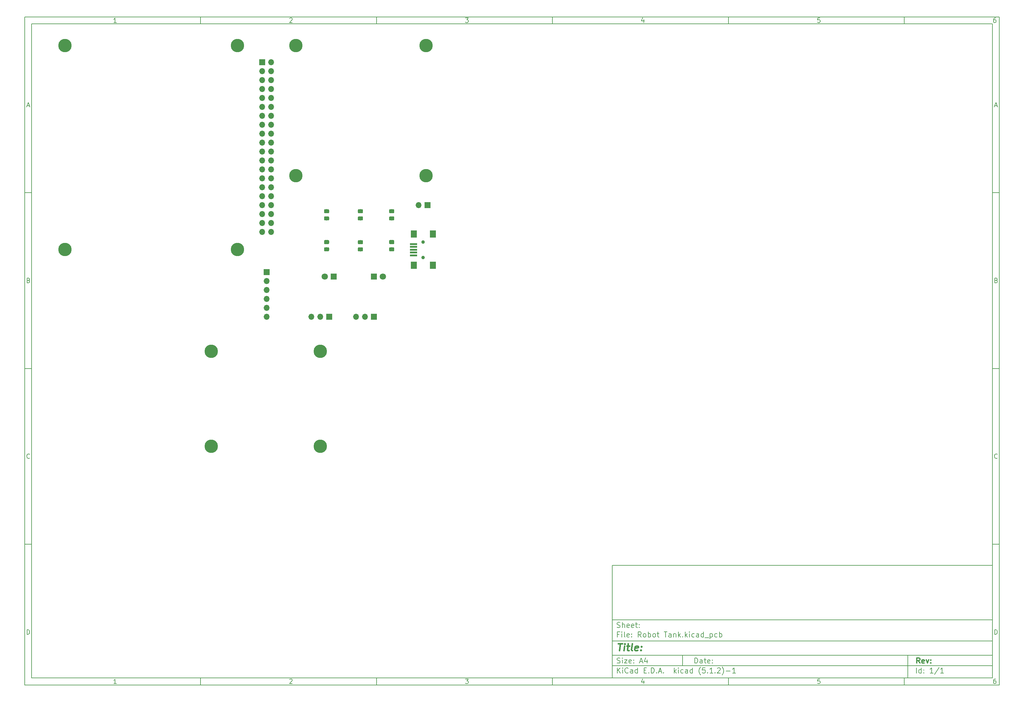
<source format=gts>
G04 #@! TF.GenerationSoftware,KiCad,Pcbnew,(5.1.2)-1*
G04 #@! TF.CreationDate,2019-07-09T02:23:16-04:00*
G04 #@! TF.ProjectId,Robot Tank,526f626f-7420-4546-916e-6b2e6b696361,rev?*
G04 #@! TF.SameCoordinates,Original*
G04 #@! TF.FileFunction,Soldermask,Top*
G04 #@! TF.FilePolarity,Negative*
%FSLAX46Y46*%
G04 Gerber Fmt 4.6, Leading zero omitted, Abs format (unit mm)*
G04 Created by KiCad (PCBNEW (5.1.2)-1) date 2019-07-09 02:23:16*
%MOMM*%
%LPD*%
G04 APERTURE LIST*
%ADD10C,0.100000*%
%ADD11C,0.150000*%
%ADD12C,0.300000*%
%ADD13C,0.400000*%
%ADD14C,3.800000*%
%ADD15O,1.700000X1.700000*%
%ADD16R,1.700000X1.700000*%
%ADD17C,1.150000*%
%ADD18C,1.800000*%
%ADD19R,1.800000X1.800000*%
%ADD20C,1.000000*%
%ADD21R,1.700000X2.000000*%
%ADD22R,2.000000X0.500000*%
G04 APERTURE END LIST*
D10*
D11*
X177002200Y-166007200D02*
X177002200Y-198007200D01*
X285002200Y-198007200D01*
X285002200Y-166007200D01*
X177002200Y-166007200D01*
D10*
D11*
X10000000Y-10000000D02*
X10000000Y-200007200D01*
X287002200Y-200007200D01*
X287002200Y-10000000D01*
X10000000Y-10000000D01*
D10*
D11*
X12000000Y-12000000D02*
X12000000Y-198007200D01*
X285002200Y-198007200D01*
X285002200Y-12000000D01*
X12000000Y-12000000D01*
D10*
D11*
X60000000Y-12000000D02*
X60000000Y-10000000D01*
D10*
D11*
X110000000Y-12000000D02*
X110000000Y-10000000D01*
D10*
D11*
X160000000Y-12000000D02*
X160000000Y-10000000D01*
D10*
D11*
X210000000Y-12000000D02*
X210000000Y-10000000D01*
D10*
D11*
X260000000Y-12000000D02*
X260000000Y-10000000D01*
D10*
D11*
X36065476Y-11588095D02*
X35322619Y-11588095D01*
X35694047Y-11588095D02*
X35694047Y-10288095D01*
X35570238Y-10473809D01*
X35446428Y-10597619D01*
X35322619Y-10659523D01*
D10*
D11*
X85322619Y-10411904D02*
X85384523Y-10350000D01*
X85508333Y-10288095D01*
X85817857Y-10288095D01*
X85941666Y-10350000D01*
X86003571Y-10411904D01*
X86065476Y-10535714D01*
X86065476Y-10659523D01*
X86003571Y-10845238D01*
X85260714Y-11588095D01*
X86065476Y-11588095D01*
D10*
D11*
X135260714Y-10288095D02*
X136065476Y-10288095D01*
X135632142Y-10783333D01*
X135817857Y-10783333D01*
X135941666Y-10845238D01*
X136003571Y-10907142D01*
X136065476Y-11030952D01*
X136065476Y-11340476D01*
X136003571Y-11464285D01*
X135941666Y-11526190D01*
X135817857Y-11588095D01*
X135446428Y-11588095D01*
X135322619Y-11526190D01*
X135260714Y-11464285D01*
D10*
D11*
X185941666Y-10721428D02*
X185941666Y-11588095D01*
X185632142Y-10226190D02*
X185322619Y-11154761D01*
X186127380Y-11154761D01*
D10*
D11*
X236003571Y-10288095D02*
X235384523Y-10288095D01*
X235322619Y-10907142D01*
X235384523Y-10845238D01*
X235508333Y-10783333D01*
X235817857Y-10783333D01*
X235941666Y-10845238D01*
X236003571Y-10907142D01*
X236065476Y-11030952D01*
X236065476Y-11340476D01*
X236003571Y-11464285D01*
X235941666Y-11526190D01*
X235817857Y-11588095D01*
X235508333Y-11588095D01*
X235384523Y-11526190D01*
X235322619Y-11464285D01*
D10*
D11*
X285941666Y-10288095D02*
X285694047Y-10288095D01*
X285570238Y-10350000D01*
X285508333Y-10411904D01*
X285384523Y-10597619D01*
X285322619Y-10845238D01*
X285322619Y-11340476D01*
X285384523Y-11464285D01*
X285446428Y-11526190D01*
X285570238Y-11588095D01*
X285817857Y-11588095D01*
X285941666Y-11526190D01*
X286003571Y-11464285D01*
X286065476Y-11340476D01*
X286065476Y-11030952D01*
X286003571Y-10907142D01*
X285941666Y-10845238D01*
X285817857Y-10783333D01*
X285570238Y-10783333D01*
X285446428Y-10845238D01*
X285384523Y-10907142D01*
X285322619Y-11030952D01*
D10*
D11*
X60000000Y-198007200D02*
X60000000Y-200007200D01*
D10*
D11*
X110000000Y-198007200D02*
X110000000Y-200007200D01*
D10*
D11*
X160000000Y-198007200D02*
X160000000Y-200007200D01*
D10*
D11*
X210000000Y-198007200D02*
X210000000Y-200007200D01*
D10*
D11*
X260000000Y-198007200D02*
X260000000Y-200007200D01*
D10*
D11*
X36065476Y-199595295D02*
X35322619Y-199595295D01*
X35694047Y-199595295D02*
X35694047Y-198295295D01*
X35570238Y-198481009D01*
X35446428Y-198604819D01*
X35322619Y-198666723D01*
D10*
D11*
X85322619Y-198419104D02*
X85384523Y-198357200D01*
X85508333Y-198295295D01*
X85817857Y-198295295D01*
X85941666Y-198357200D01*
X86003571Y-198419104D01*
X86065476Y-198542914D01*
X86065476Y-198666723D01*
X86003571Y-198852438D01*
X85260714Y-199595295D01*
X86065476Y-199595295D01*
D10*
D11*
X135260714Y-198295295D02*
X136065476Y-198295295D01*
X135632142Y-198790533D01*
X135817857Y-198790533D01*
X135941666Y-198852438D01*
X136003571Y-198914342D01*
X136065476Y-199038152D01*
X136065476Y-199347676D01*
X136003571Y-199471485D01*
X135941666Y-199533390D01*
X135817857Y-199595295D01*
X135446428Y-199595295D01*
X135322619Y-199533390D01*
X135260714Y-199471485D01*
D10*
D11*
X185941666Y-198728628D02*
X185941666Y-199595295D01*
X185632142Y-198233390D02*
X185322619Y-199161961D01*
X186127380Y-199161961D01*
D10*
D11*
X236003571Y-198295295D02*
X235384523Y-198295295D01*
X235322619Y-198914342D01*
X235384523Y-198852438D01*
X235508333Y-198790533D01*
X235817857Y-198790533D01*
X235941666Y-198852438D01*
X236003571Y-198914342D01*
X236065476Y-199038152D01*
X236065476Y-199347676D01*
X236003571Y-199471485D01*
X235941666Y-199533390D01*
X235817857Y-199595295D01*
X235508333Y-199595295D01*
X235384523Y-199533390D01*
X235322619Y-199471485D01*
D10*
D11*
X285941666Y-198295295D02*
X285694047Y-198295295D01*
X285570238Y-198357200D01*
X285508333Y-198419104D01*
X285384523Y-198604819D01*
X285322619Y-198852438D01*
X285322619Y-199347676D01*
X285384523Y-199471485D01*
X285446428Y-199533390D01*
X285570238Y-199595295D01*
X285817857Y-199595295D01*
X285941666Y-199533390D01*
X286003571Y-199471485D01*
X286065476Y-199347676D01*
X286065476Y-199038152D01*
X286003571Y-198914342D01*
X285941666Y-198852438D01*
X285817857Y-198790533D01*
X285570238Y-198790533D01*
X285446428Y-198852438D01*
X285384523Y-198914342D01*
X285322619Y-199038152D01*
D10*
D11*
X10000000Y-60000000D02*
X12000000Y-60000000D01*
D10*
D11*
X10000000Y-110000000D02*
X12000000Y-110000000D01*
D10*
D11*
X10000000Y-160000000D02*
X12000000Y-160000000D01*
D10*
D11*
X10690476Y-35216666D02*
X11309523Y-35216666D01*
X10566666Y-35588095D02*
X11000000Y-34288095D01*
X11433333Y-35588095D01*
D10*
D11*
X11092857Y-84907142D02*
X11278571Y-84969047D01*
X11340476Y-85030952D01*
X11402380Y-85154761D01*
X11402380Y-85340476D01*
X11340476Y-85464285D01*
X11278571Y-85526190D01*
X11154761Y-85588095D01*
X10659523Y-85588095D01*
X10659523Y-84288095D01*
X11092857Y-84288095D01*
X11216666Y-84350000D01*
X11278571Y-84411904D01*
X11340476Y-84535714D01*
X11340476Y-84659523D01*
X11278571Y-84783333D01*
X11216666Y-84845238D01*
X11092857Y-84907142D01*
X10659523Y-84907142D01*
D10*
D11*
X11402380Y-135464285D02*
X11340476Y-135526190D01*
X11154761Y-135588095D01*
X11030952Y-135588095D01*
X10845238Y-135526190D01*
X10721428Y-135402380D01*
X10659523Y-135278571D01*
X10597619Y-135030952D01*
X10597619Y-134845238D01*
X10659523Y-134597619D01*
X10721428Y-134473809D01*
X10845238Y-134350000D01*
X11030952Y-134288095D01*
X11154761Y-134288095D01*
X11340476Y-134350000D01*
X11402380Y-134411904D01*
D10*
D11*
X10659523Y-185588095D02*
X10659523Y-184288095D01*
X10969047Y-184288095D01*
X11154761Y-184350000D01*
X11278571Y-184473809D01*
X11340476Y-184597619D01*
X11402380Y-184845238D01*
X11402380Y-185030952D01*
X11340476Y-185278571D01*
X11278571Y-185402380D01*
X11154761Y-185526190D01*
X10969047Y-185588095D01*
X10659523Y-185588095D01*
D10*
D11*
X287002200Y-60000000D02*
X285002200Y-60000000D01*
D10*
D11*
X287002200Y-110000000D02*
X285002200Y-110000000D01*
D10*
D11*
X287002200Y-160000000D02*
X285002200Y-160000000D01*
D10*
D11*
X285692676Y-35216666D02*
X286311723Y-35216666D01*
X285568866Y-35588095D02*
X286002200Y-34288095D01*
X286435533Y-35588095D01*
D10*
D11*
X286095057Y-84907142D02*
X286280771Y-84969047D01*
X286342676Y-85030952D01*
X286404580Y-85154761D01*
X286404580Y-85340476D01*
X286342676Y-85464285D01*
X286280771Y-85526190D01*
X286156961Y-85588095D01*
X285661723Y-85588095D01*
X285661723Y-84288095D01*
X286095057Y-84288095D01*
X286218866Y-84350000D01*
X286280771Y-84411904D01*
X286342676Y-84535714D01*
X286342676Y-84659523D01*
X286280771Y-84783333D01*
X286218866Y-84845238D01*
X286095057Y-84907142D01*
X285661723Y-84907142D01*
D10*
D11*
X286404580Y-135464285D02*
X286342676Y-135526190D01*
X286156961Y-135588095D01*
X286033152Y-135588095D01*
X285847438Y-135526190D01*
X285723628Y-135402380D01*
X285661723Y-135278571D01*
X285599819Y-135030952D01*
X285599819Y-134845238D01*
X285661723Y-134597619D01*
X285723628Y-134473809D01*
X285847438Y-134350000D01*
X286033152Y-134288095D01*
X286156961Y-134288095D01*
X286342676Y-134350000D01*
X286404580Y-134411904D01*
D10*
D11*
X285661723Y-185588095D02*
X285661723Y-184288095D01*
X285971247Y-184288095D01*
X286156961Y-184350000D01*
X286280771Y-184473809D01*
X286342676Y-184597619D01*
X286404580Y-184845238D01*
X286404580Y-185030952D01*
X286342676Y-185278571D01*
X286280771Y-185402380D01*
X286156961Y-185526190D01*
X285971247Y-185588095D01*
X285661723Y-185588095D01*
D10*
D11*
X200434342Y-193785771D02*
X200434342Y-192285771D01*
X200791485Y-192285771D01*
X201005771Y-192357200D01*
X201148628Y-192500057D01*
X201220057Y-192642914D01*
X201291485Y-192928628D01*
X201291485Y-193142914D01*
X201220057Y-193428628D01*
X201148628Y-193571485D01*
X201005771Y-193714342D01*
X200791485Y-193785771D01*
X200434342Y-193785771D01*
X202577200Y-193785771D02*
X202577200Y-193000057D01*
X202505771Y-192857200D01*
X202362914Y-192785771D01*
X202077200Y-192785771D01*
X201934342Y-192857200D01*
X202577200Y-193714342D02*
X202434342Y-193785771D01*
X202077200Y-193785771D01*
X201934342Y-193714342D01*
X201862914Y-193571485D01*
X201862914Y-193428628D01*
X201934342Y-193285771D01*
X202077200Y-193214342D01*
X202434342Y-193214342D01*
X202577200Y-193142914D01*
X203077200Y-192785771D02*
X203648628Y-192785771D01*
X203291485Y-192285771D02*
X203291485Y-193571485D01*
X203362914Y-193714342D01*
X203505771Y-193785771D01*
X203648628Y-193785771D01*
X204720057Y-193714342D02*
X204577200Y-193785771D01*
X204291485Y-193785771D01*
X204148628Y-193714342D01*
X204077200Y-193571485D01*
X204077200Y-193000057D01*
X204148628Y-192857200D01*
X204291485Y-192785771D01*
X204577200Y-192785771D01*
X204720057Y-192857200D01*
X204791485Y-193000057D01*
X204791485Y-193142914D01*
X204077200Y-193285771D01*
X205434342Y-193642914D02*
X205505771Y-193714342D01*
X205434342Y-193785771D01*
X205362914Y-193714342D01*
X205434342Y-193642914D01*
X205434342Y-193785771D01*
X205434342Y-192857200D02*
X205505771Y-192928628D01*
X205434342Y-193000057D01*
X205362914Y-192928628D01*
X205434342Y-192857200D01*
X205434342Y-193000057D01*
D10*
D11*
X177002200Y-194507200D02*
X285002200Y-194507200D01*
D10*
D11*
X178434342Y-196585771D02*
X178434342Y-195085771D01*
X179291485Y-196585771D02*
X178648628Y-195728628D01*
X179291485Y-195085771D02*
X178434342Y-195942914D01*
X179934342Y-196585771D02*
X179934342Y-195585771D01*
X179934342Y-195085771D02*
X179862914Y-195157200D01*
X179934342Y-195228628D01*
X180005771Y-195157200D01*
X179934342Y-195085771D01*
X179934342Y-195228628D01*
X181505771Y-196442914D02*
X181434342Y-196514342D01*
X181220057Y-196585771D01*
X181077200Y-196585771D01*
X180862914Y-196514342D01*
X180720057Y-196371485D01*
X180648628Y-196228628D01*
X180577200Y-195942914D01*
X180577200Y-195728628D01*
X180648628Y-195442914D01*
X180720057Y-195300057D01*
X180862914Y-195157200D01*
X181077200Y-195085771D01*
X181220057Y-195085771D01*
X181434342Y-195157200D01*
X181505771Y-195228628D01*
X182791485Y-196585771D02*
X182791485Y-195800057D01*
X182720057Y-195657200D01*
X182577200Y-195585771D01*
X182291485Y-195585771D01*
X182148628Y-195657200D01*
X182791485Y-196514342D02*
X182648628Y-196585771D01*
X182291485Y-196585771D01*
X182148628Y-196514342D01*
X182077200Y-196371485D01*
X182077200Y-196228628D01*
X182148628Y-196085771D01*
X182291485Y-196014342D01*
X182648628Y-196014342D01*
X182791485Y-195942914D01*
X184148628Y-196585771D02*
X184148628Y-195085771D01*
X184148628Y-196514342D02*
X184005771Y-196585771D01*
X183720057Y-196585771D01*
X183577200Y-196514342D01*
X183505771Y-196442914D01*
X183434342Y-196300057D01*
X183434342Y-195871485D01*
X183505771Y-195728628D01*
X183577200Y-195657200D01*
X183720057Y-195585771D01*
X184005771Y-195585771D01*
X184148628Y-195657200D01*
X186005771Y-195800057D02*
X186505771Y-195800057D01*
X186720057Y-196585771D02*
X186005771Y-196585771D01*
X186005771Y-195085771D01*
X186720057Y-195085771D01*
X187362914Y-196442914D02*
X187434342Y-196514342D01*
X187362914Y-196585771D01*
X187291485Y-196514342D01*
X187362914Y-196442914D01*
X187362914Y-196585771D01*
X188077200Y-196585771D02*
X188077200Y-195085771D01*
X188434342Y-195085771D01*
X188648628Y-195157200D01*
X188791485Y-195300057D01*
X188862914Y-195442914D01*
X188934342Y-195728628D01*
X188934342Y-195942914D01*
X188862914Y-196228628D01*
X188791485Y-196371485D01*
X188648628Y-196514342D01*
X188434342Y-196585771D01*
X188077200Y-196585771D01*
X189577200Y-196442914D02*
X189648628Y-196514342D01*
X189577200Y-196585771D01*
X189505771Y-196514342D01*
X189577200Y-196442914D01*
X189577200Y-196585771D01*
X190220057Y-196157200D02*
X190934342Y-196157200D01*
X190077200Y-196585771D02*
X190577200Y-195085771D01*
X191077200Y-196585771D01*
X191577200Y-196442914D02*
X191648628Y-196514342D01*
X191577200Y-196585771D01*
X191505771Y-196514342D01*
X191577200Y-196442914D01*
X191577200Y-196585771D01*
X194577200Y-196585771D02*
X194577200Y-195085771D01*
X194720057Y-196014342D02*
X195148628Y-196585771D01*
X195148628Y-195585771D02*
X194577200Y-196157200D01*
X195791485Y-196585771D02*
X195791485Y-195585771D01*
X195791485Y-195085771D02*
X195720057Y-195157200D01*
X195791485Y-195228628D01*
X195862914Y-195157200D01*
X195791485Y-195085771D01*
X195791485Y-195228628D01*
X197148628Y-196514342D02*
X197005771Y-196585771D01*
X196720057Y-196585771D01*
X196577200Y-196514342D01*
X196505771Y-196442914D01*
X196434342Y-196300057D01*
X196434342Y-195871485D01*
X196505771Y-195728628D01*
X196577200Y-195657200D01*
X196720057Y-195585771D01*
X197005771Y-195585771D01*
X197148628Y-195657200D01*
X198434342Y-196585771D02*
X198434342Y-195800057D01*
X198362914Y-195657200D01*
X198220057Y-195585771D01*
X197934342Y-195585771D01*
X197791485Y-195657200D01*
X198434342Y-196514342D02*
X198291485Y-196585771D01*
X197934342Y-196585771D01*
X197791485Y-196514342D01*
X197720057Y-196371485D01*
X197720057Y-196228628D01*
X197791485Y-196085771D01*
X197934342Y-196014342D01*
X198291485Y-196014342D01*
X198434342Y-195942914D01*
X199791485Y-196585771D02*
X199791485Y-195085771D01*
X199791485Y-196514342D02*
X199648628Y-196585771D01*
X199362914Y-196585771D01*
X199220057Y-196514342D01*
X199148628Y-196442914D01*
X199077200Y-196300057D01*
X199077200Y-195871485D01*
X199148628Y-195728628D01*
X199220057Y-195657200D01*
X199362914Y-195585771D01*
X199648628Y-195585771D01*
X199791485Y-195657200D01*
X202077200Y-197157200D02*
X202005771Y-197085771D01*
X201862914Y-196871485D01*
X201791485Y-196728628D01*
X201720057Y-196514342D01*
X201648628Y-196157200D01*
X201648628Y-195871485D01*
X201720057Y-195514342D01*
X201791485Y-195300057D01*
X201862914Y-195157200D01*
X202005771Y-194942914D01*
X202077200Y-194871485D01*
X203362914Y-195085771D02*
X202648628Y-195085771D01*
X202577200Y-195800057D01*
X202648628Y-195728628D01*
X202791485Y-195657200D01*
X203148628Y-195657200D01*
X203291485Y-195728628D01*
X203362914Y-195800057D01*
X203434342Y-195942914D01*
X203434342Y-196300057D01*
X203362914Y-196442914D01*
X203291485Y-196514342D01*
X203148628Y-196585771D01*
X202791485Y-196585771D01*
X202648628Y-196514342D01*
X202577200Y-196442914D01*
X204077200Y-196442914D02*
X204148628Y-196514342D01*
X204077200Y-196585771D01*
X204005771Y-196514342D01*
X204077200Y-196442914D01*
X204077200Y-196585771D01*
X205577200Y-196585771D02*
X204720057Y-196585771D01*
X205148628Y-196585771D02*
X205148628Y-195085771D01*
X205005771Y-195300057D01*
X204862914Y-195442914D01*
X204720057Y-195514342D01*
X206220057Y-196442914D02*
X206291485Y-196514342D01*
X206220057Y-196585771D01*
X206148628Y-196514342D01*
X206220057Y-196442914D01*
X206220057Y-196585771D01*
X206862914Y-195228628D02*
X206934342Y-195157200D01*
X207077200Y-195085771D01*
X207434342Y-195085771D01*
X207577200Y-195157200D01*
X207648628Y-195228628D01*
X207720057Y-195371485D01*
X207720057Y-195514342D01*
X207648628Y-195728628D01*
X206791485Y-196585771D01*
X207720057Y-196585771D01*
X208220057Y-197157200D02*
X208291485Y-197085771D01*
X208434342Y-196871485D01*
X208505771Y-196728628D01*
X208577200Y-196514342D01*
X208648628Y-196157200D01*
X208648628Y-195871485D01*
X208577200Y-195514342D01*
X208505771Y-195300057D01*
X208434342Y-195157200D01*
X208291485Y-194942914D01*
X208220057Y-194871485D01*
X209362914Y-196014342D02*
X210505771Y-196014342D01*
X212005771Y-196585771D02*
X211148628Y-196585771D01*
X211577200Y-196585771D02*
X211577200Y-195085771D01*
X211434342Y-195300057D01*
X211291485Y-195442914D01*
X211148628Y-195514342D01*
D10*
D11*
X177002200Y-191507200D02*
X285002200Y-191507200D01*
D10*
D12*
X264411485Y-193785771D02*
X263911485Y-193071485D01*
X263554342Y-193785771D02*
X263554342Y-192285771D01*
X264125771Y-192285771D01*
X264268628Y-192357200D01*
X264340057Y-192428628D01*
X264411485Y-192571485D01*
X264411485Y-192785771D01*
X264340057Y-192928628D01*
X264268628Y-193000057D01*
X264125771Y-193071485D01*
X263554342Y-193071485D01*
X265625771Y-193714342D02*
X265482914Y-193785771D01*
X265197200Y-193785771D01*
X265054342Y-193714342D01*
X264982914Y-193571485D01*
X264982914Y-193000057D01*
X265054342Y-192857200D01*
X265197200Y-192785771D01*
X265482914Y-192785771D01*
X265625771Y-192857200D01*
X265697200Y-193000057D01*
X265697200Y-193142914D01*
X264982914Y-193285771D01*
X266197200Y-192785771D02*
X266554342Y-193785771D01*
X266911485Y-192785771D01*
X267482914Y-193642914D02*
X267554342Y-193714342D01*
X267482914Y-193785771D01*
X267411485Y-193714342D01*
X267482914Y-193642914D01*
X267482914Y-193785771D01*
X267482914Y-192857200D02*
X267554342Y-192928628D01*
X267482914Y-193000057D01*
X267411485Y-192928628D01*
X267482914Y-192857200D01*
X267482914Y-193000057D01*
D10*
D11*
X178362914Y-193714342D02*
X178577200Y-193785771D01*
X178934342Y-193785771D01*
X179077200Y-193714342D01*
X179148628Y-193642914D01*
X179220057Y-193500057D01*
X179220057Y-193357200D01*
X179148628Y-193214342D01*
X179077200Y-193142914D01*
X178934342Y-193071485D01*
X178648628Y-193000057D01*
X178505771Y-192928628D01*
X178434342Y-192857200D01*
X178362914Y-192714342D01*
X178362914Y-192571485D01*
X178434342Y-192428628D01*
X178505771Y-192357200D01*
X178648628Y-192285771D01*
X179005771Y-192285771D01*
X179220057Y-192357200D01*
X179862914Y-193785771D02*
X179862914Y-192785771D01*
X179862914Y-192285771D02*
X179791485Y-192357200D01*
X179862914Y-192428628D01*
X179934342Y-192357200D01*
X179862914Y-192285771D01*
X179862914Y-192428628D01*
X180434342Y-192785771D02*
X181220057Y-192785771D01*
X180434342Y-193785771D01*
X181220057Y-193785771D01*
X182362914Y-193714342D02*
X182220057Y-193785771D01*
X181934342Y-193785771D01*
X181791485Y-193714342D01*
X181720057Y-193571485D01*
X181720057Y-193000057D01*
X181791485Y-192857200D01*
X181934342Y-192785771D01*
X182220057Y-192785771D01*
X182362914Y-192857200D01*
X182434342Y-193000057D01*
X182434342Y-193142914D01*
X181720057Y-193285771D01*
X183077200Y-193642914D02*
X183148628Y-193714342D01*
X183077200Y-193785771D01*
X183005771Y-193714342D01*
X183077200Y-193642914D01*
X183077200Y-193785771D01*
X183077200Y-192857200D02*
X183148628Y-192928628D01*
X183077200Y-193000057D01*
X183005771Y-192928628D01*
X183077200Y-192857200D01*
X183077200Y-193000057D01*
X184862914Y-193357200D02*
X185577200Y-193357200D01*
X184720057Y-193785771D02*
X185220057Y-192285771D01*
X185720057Y-193785771D01*
X186862914Y-192785771D02*
X186862914Y-193785771D01*
X186505771Y-192214342D02*
X186148628Y-193285771D01*
X187077200Y-193285771D01*
D10*
D11*
X263434342Y-196585771D02*
X263434342Y-195085771D01*
X264791485Y-196585771D02*
X264791485Y-195085771D01*
X264791485Y-196514342D02*
X264648628Y-196585771D01*
X264362914Y-196585771D01*
X264220057Y-196514342D01*
X264148628Y-196442914D01*
X264077200Y-196300057D01*
X264077200Y-195871485D01*
X264148628Y-195728628D01*
X264220057Y-195657200D01*
X264362914Y-195585771D01*
X264648628Y-195585771D01*
X264791485Y-195657200D01*
X265505771Y-196442914D02*
X265577200Y-196514342D01*
X265505771Y-196585771D01*
X265434342Y-196514342D01*
X265505771Y-196442914D01*
X265505771Y-196585771D01*
X265505771Y-195657200D02*
X265577200Y-195728628D01*
X265505771Y-195800057D01*
X265434342Y-195728628D01*
X265505771Y-195657200D01*
X265505771Y-195800057D01*
X268148628Y-196585771D02*
X267291485Y-196585771D01*
X267720057Y-196585771D02*
X267720057Y-195085771D01*
X267577200Y-195300057D01*
X267434342Y-195442914D01*
X267291485Y-195514342D01*
X269862914Y-195014342D02*
X268577200Y-196942914D01*
X271148628Y-196585771D02*
X270291485Y-196585771D01*
X270720057Y-196585771D02*
X270720057Y-195085771D01*
X270577200Y-195300057D01*
X270434342Y-195442914D01*
X270291485Y-195514342D01*
D10*
D11*
X177002200Y-187507200D02*
X285002200Y-187507200D01*
D10*
D13*
X178714580Y-188211961D02*
X179857438Y-188211961D01*
X179036009Y-190211961D02*
X179286009Y-188211961D01*
X180274104Y-190211961D02*
X180440771Y-188878628D01*
X180524104Y-188211961D02*
X180416961Y-188307200D01*
X180500295Y-188402438D01*
X180607438Y-188307200D01*
X180524104Y-188211961D01*
X180500295Y-188402438D01*
X181107438Y-188878628D02*
X181869342Y-188878628D01*
X181476485Y-188211961D02*
X181262200Y-189926247D01*
X181333628Y-190116723D01*
X181512200Y-190211961D01*
X181702676Y-190211961D01*
X182655057Y-190211961D02*
X182476485Y-190116723D01*
X182405057Y-189926247D01*
X182619342Y-188211961D01*
X184190771Y-190116723D02*
X183988390Y-190211961D01*
X183607438Y-190211961D01*
X183428866Y-190116723D01*
X183357438Y-189926247D01*
X183452676Y-189164342D01*
X183571723Y-188973866D01*
X183774104Y-188878628D01*
X184155057Y-188878628D01*
X184333628Y-188973866D01*
X184405057Y-189164342D01*
X184381247Y-189354819D01*
X183405057Y-189545295D01*
X185155057Y-190021485D02*
X185238390Y-190116723D01*
X185131247Y-190211961D01*
X185047914Y-190116723D01*
X185155057Y-190021485D01*
X185131247Y-190211961D01*
X185286009Y-188973866D02*
X185369342Y-189069104D01*
X185262200Y-189164342D01*
X185178866Y-189069104D01*
X185286009Y-188973866D01*
X185262200Y-189164342D01*
D10*
D11*
X178934342Y-185600057D02*
X178434342Y-185600057D01*
X178434342Y-186385771D02*
X178434342Y-184885771D01*
X179148628Y-184885771D01*
X179720057Y-186385771D02*
X179720057Y-185385771D01*
X179720057Y-184885771D02*
X179648628Y-184957200D01*
X179720057Y-185028628D01*
X179791485Y-184957200D01*
X179720057Y-184885771D01*
X179720057Y-185028628D01*
X180648628Y-186385771D02*
X180505771Y-186314342D01*
X180434342Y-186171485D01*
X180434342Y-184885771D01*
X181791485Y-186314342D02*
X181648628Y-186385771D01*
X181362914Y-186385771D01*
X181220057Y-186314342D01*
X181148628Y-186171485D01*
X181148628Y-185600057D01*
X181220057Y-185457200D01*
X181362914Y-185385771D01*
X181648628Y-185385771D01*
X181791485Y-185457200D01*
X181862914Y-185600057D01*
X181862914Y-185742914D01*
X181148628Y-185885771D01*
X182505771Y-186242914D02*
X182577200Y-186314342D01*
X182505771Y-186385771D01*
X182434342Y-186314342D01*
X182505771Y-186242914D01*
X182505771Y-186385771D01*
X182505771Y-185457200D02*
X182577200Y-185528628D01*
X182505771Y-185600057D01*
X182434342Y-185528628D01*
X182505771Y-185457200D01*
X182505771Y-185600057D01*
X185220057Y-186385771D02*
X184720057Y-185671485D01*
X184362914Y-186385771D02*
X184362914Y-184885771D01*
X184934342Y-184885771D01*
X185077200Y-184957200D01*
X185148628Y-185028628D01*
X185220057Y-185171485D01*
X185220057Y-185385771D01*
X185148628Y-185528628D01*
X185077200Y-185600057D01*
X184934342Y-185671485D01*
X184362914Y-185671485D01*
X186077200Y-186385771D02*
X185934342Y-186314342D01*
X185862914Y-186242914D01*
X185791485Y-186100057D01*
X185791485Y-185671485D01*
X185862914Y-185528628D01*
X185934342Y-185457200D01*
X186077200Y-185385771D01*
X186291485Y-185385771D01*
X186434342Y-185457200D01*
X186505771Y-185528628D01*
X186577200Y-185671485D01*
X186577200Y-186100057D01*
X186505771Y-186242914D01*
X186434342Y-186314342D01*
X186291485Y-186385771D01*
X186077200Y-186385771D01*
X187220057Y-186385771D02*
X187220057Y-184885771D01*
X187220057Y-185457200D02*
X187362914Y-185385771D01*
X187648628Y-185385771D01*
X187791485Y-185457200D01*
X187862914Y-185528628D01*
X187934342Y-185671485D01*
X187934342Y-186100057D01*
X187862914Y-186242914D01*
X187791485Y-186314342D01*
X187648628Y-186385771D01*
X187362914Y-186385771D01*
X187220057Y-186314342D01*
X188791485Y-186385771D02*
X188648628Y-186314342D01*
X188577200Y-186242914D01*
X188505771Y-186100057D01*
X188505771Y-185671485D01*
X188577200Y-185528628D01*
X188648628Y-185457200D01*
X188791485Y-185385771D01*
X189005771Y-185385771D01*
X189148628Y-185457200D01*
X189220057Y-185528628D01*
X189291485Y-185671485D01*
X189291485Y-186100057D01*
X189220057Y-186242914D01*
X189148628Y-186314342D01*
X189005771Y-186385771D01*
X188791485Y-186385771D01*
X189720057Y-185385771D02*
X190291485Y-185385771D01*
X189934342Y-184885771D02*
X189934342Y-186171485D01*
X190005771Y-186314342D01*
X190148628Y-186385771D01*
X190291485Y-186385771D01*
X191720057Y-184885771D02*
X192577200Y-184885771D01*
X192148628Y-186385771D02*
X192148628Y-184885771D01*
X193720057Y-186385771D02*
X193720057Y-185600057D01*
X193648628Y-185457200D01*
X193505771Y-185385771D01*
X193220057Y-185385771D01*
X193077200Y-185457200D01*
X193720057Y-186314342D02*
X193577200Y-186385771D01*
X193220057Y-186385771D01*
X193077200Y-186314342D01*
X193005771Y-186171485D01*
X193005771Y-186028628D01*
X193077200Y-185885771D01*
X193220057Y-185814342D01*
X193577200Y-185814342D01*
X193720057Y-185742914D01*
X194434342Y-185385771D02*
X194434342Y-186385771D01*
X194434342Y-185528628D02*
X194505771Y-185457200D01*
X194648628Y-185385771D01*
X194862914Y-185385771D01*
X195005771Y-185457200D01*
X195077200Y-185600057D01*
X195077200Y-186385771D01*
X195791485Y-186385771D02*
X195791485Y-184885771D01*
X195934342Y-185814342D02*
X196362914Y-186385771D01*
X196362914Y-185385771D02*
X195791485Y-185957200D01*
X197005771Y-186242914D02*
X197077200Y-186314342D01*
X197005771Y-186385771D01*
X196934342Y-186314342D01*
X197005771Y-186242914D01*
X197005771Y-186385771D01*
X197720057Y-186385771D02*
X197720057Y-184885771D01*
X197862914Y-185814342D02*
X198291485Y-186385771D01*
X198291485Y-185385771D02*
X197720057Y-185957200D01*
X198934342Y-186385771D02*
X198934342Y-185385771D01*
X198934342Y-184885771D02*
X198862914Y-184957200D01*
X198934342Y-185028628D01*
X199005771Y-184957200D01*
X198934342Y-184885771D01*
X198934342Y-185028628D01*
X200291485Y-186314342D02*
X200148628Y-186385771D01*
X199862914Y-186385771D01*
X199720057Y-186314342D01*
X199648628Y-186242914D01*
X199577200Y-186100057D01*
X199577200Y-185671485D01*
X199648628Y-185528628D01*
X199720057Y-185457200D01*
X199862914Y-185385771D01*
X200148628Y-185385771D01*
X200291485Y-185457200D01*
X201577200Y-186385771D02*
X201577200Y-185600057D01*
X201505771Y-185457200D01*
X201362914Y-185385771D01*
X201077200Y-185385771D01*
X200934342Y-185457200D01*
X201577200Y-186314342D02*
X201434342Y-186385771D01*
X201077200Y-186385771D01*
X200934342Y-186314342D01*
X200862914Y-186171485D01*
X200862914Y-186028628D01*
X200934342Y-185885771D01*
X201077200Y-185814342D01*
X201434342Y-185814342D01*
X201577200Y-185742914D01*
X202934342Y-186385771D02*
X202934342Y-184885771D01*
X202934342Y-186314342D02*
X202791485Y-186385771D01*
X202505771Y-186385771D01*
X202362914Y-186314342D01*
X202291485Y-186242914D01*
X202220057Y-186100057D01*
X202220057Y-185671485D01*
X202291485Y-185528628D01*
X202362914Y-185457200D01*
X202505771Y-185385771D01*
X202791485Y-185385771D01*
X202934342Y-185457200D01*
X203291485Y-186528628D02*
X204434342Y-186528628D01*
X204791485Y-185385771D02*
X204791485Y-186885771D01*
X204791485Y-185457200D02*
X204934342Y-185385771D01*
X205220057Y-185385771D01*
X205362914Y-185457200D01*
X205434342Y-185528628D01*
X205505771Y-185671485D01*
X205505771Y-186100057D01*
X205434342Y-186242914D01*
X205362914Y-186314342D01*
X205220057Y-186385771D01*
X204934342Y-186385771D01*
X204791485Y-186314342D01*
X206791485Y-186314342D02*
X206648628Y-186385771D01*
X206362914Y-186385771D01*
X206220057Y-186314342D01*
X206148628Y-186242914D01*
X206077200Y-186100057D01*
X206077200Y-185671485D01*
X206148628Y-185528628D01*
X206220057Y-185457200D01*
X206362914Y-185385771D01*
X206648628Y-185385771D01*
X206791485Y-185457200D01*
X207434342Y-186385771D02*
X207434342Y-184885771D01*
X207434342Y-185457200D02*
X207577200Y-185385771D01*
X207862914Y-185385771D01*
X208005771Y-185457200D01*
X208077200Y-185528628D01*
X208148628Y-185671485D01*
X208148628Y-186100057D01*
X208077200Y-186242914D01*
X208005771Y-186314342D01*
X207862914Y-186385771D01*
X207577200Y-186385771D01*
X207434342Y-186314342D01*
D10*
D11*
X177002200Y-181507200D02*
X285002200Y-181507200D01*
D10*
D11*
X178362914Y-183614342D02*
X178577200Y-183685771D01*
X178934342Y-183685771D01*
X179077200Y-183614342D01*
X179148628Y-183542914D01*
X179220057Y-183400057D01*
X179220057Y-183257200D01*
X179148628Y-183114342D01*
X179077200Y-183042914D01*
X178934342Y-182971485D01*
X178648628Y-182900057D01*
X178505771Y-182828628D01*
X178434342Y-182757200D01*
X178362914Y-182614342D01*
X178362914Y-182471485D01*
X178434342Y-182328628D01*
X178505771Y-182257200D01*
X178648628Y-182185771D01*
X179005771Y-182185771D01*
X179220057Y-182257200D01*
X179862914Y-183685771D02*
X179862914Y-182185771D01*
X180505771Y-183685771D02*
X180505771Y-182900057D01*
X180434342Y-182757200D01*
X180291485Y-182685771D01*
X180077200Y-182685771D01*
X179934342Y-182757200D01*
X179862914Y-182828628D01*
X181791485Y-183614342D02*
X181648628Y-183685771D01*
X181362914Y-183685771D01*
X181220057Y-183614342D01*
X181148628Y-183471485D01*
X181148628Y-182900057D01*
X181220057Y-182757200D01*
X181362914Y-182685771D01*
X181648628Y-182685771D01*
X181791485Y-182757200D01*
X181862914Y-182900057D01*
X181862914Y-183042914D01*
X181148628Y-183185771D01*
X183077200Y-183614342D02*
X182934342Y-183685771D01*
X182648628Y-183685771D01*
X182505771Y-183614342D01*
X182434342Y-183471485D01*
X182434342Y-182900057D01*
X182505771Y-182757200D01*
X182648628Y-182685771D01*
X182934342Y-182685771D01*
X183077200Y-182757200D01*
X183148628Y-182900057D01*
X183148628Y-183042914D01*
X182434342Y-183185771D01*
X183577200Y-182685771D02*
X184148628Y-182685771D01*
X183791485Y-182185771D02*
X183791485Y-183471485D01*
X183862914Y-183614342D01*
X184005771Y-183685771D01*
X184148628Y-183685771D01*
X184648628Y-183542914D02*
X184720057Y-183614342D01*
X184648628Y-183685771D01*
X184577200Y-183614342D01*
X184648628Y-183542914D01*
X184648628Y-183685771D01*
X184648628Y-182757200D02*
X184720057Y-182828628D01*
X184648628Y-182900057D01*
X184577200Y-182828628D01*
X184648628Y-182757200D01*
X184648628Y-182900057D01*
D10*
D11*
X197002200Y-191507200D02*
X197002200Y-194507200D01*
D10*
D11*
X261002200Y-191507200D02*
X261002200Y-198007200D01*
D14*
X124090000Y-55170000D03*
X87090000Y-55170000D03*
X124090000Y-18170000D03*
X87090000Y-18170000D03*
X94010000Y-105090000D03*
X94010000Y-132090000D03*
X63010000Y-105090000D03*
X63010000Y-132090000D03*
X21450000Y-76150000D03*
X21450000Y-18150000D03*
X70450000Y-76150000D03*
X70450000Y-18150000D03*
D15*
X80010000Y-71120000D03*
X77470000Y-71120000D03*
X80010000Y-68580000D03*
X77470000Y-68580000D03*
X80010000Y-66040000D03*
X77470000Y-66040000D03*
X80010000Y-63500000D03*
X77470000Y-63500000D03*
X80010000Y-60960000D03*
X77470000Y-60960000D03*
X80010000Y-58420000D03*
X77470000Y-58420000D03*
X80010000Y-55880000D03*
X77470000Y-55880000D03*
X80010000Y-53340000D03*
X77470000Y-53340000D03*
X80010000Y-50800000D03*
X77470000Y-50800000D03*
X80010000Y-48260000D03*
X77470000Y-48260000D03*
X80010000Y-45720000D03*
X77470000Y-45720000D03*
X80010000Y-43180000D03*
X77470000Y-43180000D03*
X80010000Y-40640000D03*
X77470000Y-40640000D03*
X80010000Y-38100000D03*
X77470000Y-38100000D03*
X80010000Y-35560000D03*
X77470000Y-35560000D03*
X80010000Y-33020000D03*
X77470000Y-33020000D03*
X80010000Y-30480000D03*
X77470000Y-30480000D03*
X80010000Y-27940000D03*
X77470000Y-27940000D03*
X80010000Y-25400000D03*
X77470000Y-25400000D03*
X80010000Y-22860000D03*
D16*
X77470000Y-22860000D03*
D10*
G36*
X114774505Y-64686204D02*
G01*
X114798773Y-64689804D01*
X114822572Y-64695765D01*
X114845671Y-64704030D01*
X114867850Y-64714520D01*
X114888893Y-64727132D01*
X114908599Y-64741747D01*
X114926777Y-64758223D01*
X114943253Y-64776401D01*
X114957868Y-64796107D01*
X114970480Y-64817150D01*
X114980970Y-64839329D01*
X114989235Y-64862428D01*
X114995196Y-64886227D01*
X114998796Y-64910495D01*
X115000000Y-64934999D01*
X115000000Y-65585001D01*
X114998796Y-65609505D01*
X114995196Y-65633773D01*
X114989235Y-65657572D01*
X114980970Y-65680671D01*
X114970480Y-65702850D01*
X114957868Y-65723893D01*
X114943253Y-65743599D01*
X114926777Y-65761777D01*
X114908599Y-65778253D01*
X114888893Y-65792868D01*
X114867850Y-65805480D01*
X114845671Y-65815970D01*
X114822572Y-65824235D01*
X114798773Y-65830196D01*
X114774505Y-65833796D01*
X114750001Y-65835000D01*
X113849999Y-65835000D01*
X113825495Y-65833796D01*
X113801227Y-65830196D01*
X113777428Y-65824235D01*
X113754329Y-65815970D01*
X113732150Y-65805480D01*
X113711107Y-65792868D01*
X113691401Y-65778253D01*
X113673223Y-65761777D01*
X113656747Y-65743599D01*
X113642132Y-65723893D01*
X113629520Y-65702850D01*
X113619030Y-65680671D01*
X113610765Y-65657572D01*
X113604804Y-65633773D01*
X113601204Y-65609505D01*
X113600000Y-65585001D01*
X113600000Y-64934999D01*
X113601204Y-64910495D01*
X113604804Y-64886227D01*
X113610765Y-64862428D01*
X113619030Y-64839329D01*
X113629520Y-64817150D01*
X113642132Y-64796107D01*
X113656747Y-64776401D01*
X113673223Y-64758223D01*
X113691401Y-64741747D01*
X113711107Y-64727132D01*
X113732150Y-64714520D01*
X113754329Y-64704030D01*
X113777428Y-64695765D01*
X113801227Y-64689804D01*
X113825495Y-64686204D01*
X113849999Y-64685000D01*
X114750001Y-64685000D01*
X114774505Y-64686204D01*
X114774505Y-64686204D01*
G37*
D17*
X114300000Y-65260000D03*
D10*
G36*
X114774505Y-66736204D02*
G01*
X114798773Y-66739804D01*
X114822572Y-66745765D01*
X114845671Y-66754030D01*
X114867850Y-66764520D01*
X114888893Y-66777132D01*
X114908599Y-66791747D01*
X114926777Y-66808223D01*
X114943253Y-66826401D01*
X114957868Y-66846107D01*
X114970480Y-66867150D01*
X114980970Y-66889329D01*
X114989235Y-66912428D01*
X114995196Y-66936227D01*
X114998796Y-66960495D01*
X115000000Y-66984999D01*
X115000000Y-67635001D01*
X114998796Y-67659505D01*
X114995196Y-67683773D01*
X114989235Y-67707572D01*
X114980970Y-67730671D01*
X114970480Y-67752850D01*
X114957868Y-67773893D01*
X114943253Y-67793599D01*
X114926777Y-67811777D01*
X114908599Y-67828253D01*
X114888893Y-67842868D01*
X114867850Y-67855480D01*
X114845671Y-67865970D01*
X114822572Y-67874235D01*
X114798773Y-67880196D01*
X114774505Y-67883796D01*
X114750001Y-67885000D01*
X113849999Y-67885000D01*
X113825495Y-67883796D01*
X113801227Y-67880196D01*
X113777428Y-67874235D01*
X113754329Y-67865970D01*
X113732150Y-67855480D01*
X113711107Y-67842868D01*
X113691401Y-67828253D01*
X113673223Y-67811777D01*
X113656747Y-67793599D01*
X113642132Y-67773893D01*
X113629520Y-67752850D01*
X113619030Y-67730671D01*
X113610765Y-67707572D01*
X113604804Y-67683773D01*
X113601204Y-67659505D01*
X113600000Y-67635001D01*
X113600000Y-66984999D01*
X113601204Y-66960495D01*
X113604804Y-66936227D01*
X113610765Y-66912428D01*
X113619030Y-66889329D01*
X113629520Y-66867150D01*
X113642132Y-66846107D01*
X113656747Y-66826401D01*
X113673223Y-66808223D01*
X113691401Y-66791747D01*
X113711107Y-66777132D01*
X113732150Y-66764520D01*
X113754329Y-66754030D01*
X113777428Y-66745765D01*
X113801227Y-66739804D01*
X113825495Y-66736204D01*
X113849999Y-66735000D01*
X114750001Y-66735000D01*
X114774505Y-66736204D01*
X114774505Y-66736204D01*
G37*
D17*
X114300000Y-67310000D03*
D10*
G36*
X114774505Y-73461204D02*
G01*
X114798773Y-73464804D01*
X114822572Y-73470765D01*
X114845671Y-73479030D01*
X114867850Y-73489520D01*
X114888893Y-73502132D01*
X114908599Y-73516747D01*
X114926777Y-73533223D01*
X114943253Y-73551401D01*
X114957868Y-73571107D01*
X114970480Y-73592150D01*
X114980970Y-73614329D01*
X114989235Y-73637428D01*
X114995196Y-73661227D01*
X114998796Y-73685495D01*
X115000000Y-73709999D01*
X115000000Y-74360001D01*
X114998796Y-74384505D01*
X114995196Y-74408773D01*
X114989235Y-74432572D01*
X114980970Y-74455671D01*
X114970480Y-74477850D01*
X114957868Y-74498893D01*
X114943253Y-74518599D01*
X114926777Y-74536777D01*
X114908599Y-74553253D01*
X114888893Y-74567868D01*
X114867850Y-74580480D01*
X114845671Y-74590970D01*
X114822572Y-74599235D01*
X114798773Y-74605196D01*
X114774505Y-74608796D01*
X114750001Y-74610000D01*
X113849999Y-74610000D01*
X113825495Y-74608796D01*
X113801227Y-74605196D01*
X113777428Y-74599235D01*
X113754329Y-74590970D01*
X113732150Y-74580480D01*
X113711107Y-74567868D01*
X113691401Y-74553253D01*
X113673223Y-74536777D01*
X113656747Y-74518599D01*
X113642132Y-74498893D01*
X113629520Y-74477850D01*
X113619030Y-74455671D01*
X113610765Y-74432572D01*
X113604804Y-74408773D01*
X113601204Y-74384505D01*
X113600000Y-74360001D01*
X113600000Y-73709999D01*
X113601204Y-73685495D01*
X113604804Y-73661227D01*
X113610765Y-73637428D01*
X113619030Y-73614329D01*
X113629520Y-73592150D01*
X113642132Y-73571107D01*
X113656747Y-73551401D01*
X113673223Y-73533223D01*
X113691401Y-73516747D01*
X113711107Y-73502132D01*
X113732150Y-73489520D01*
X113754329Y-73479030D01*
X113777428Y-73470765D01*
X113801227Y-73464804D01*
X113825495Y-73461204D01*
X113849999Y-73460000D01*
X114750001Y-73460000D01*
X114774505Y-73461204D01*
X114774505Y-73461204D01*
G37*
D17*
X114300000Y-74035000D03*
D10*
G36*
X114774505Y-75511204D02*
G01*
X114798773Y-75514804D01*
X114822572Y-75520765D01*
X114845671Y-75529030D01*
X114867850Y-75539520D01*
X114888893Y-75552132D01*
X114908599Y-75566747D01*
X114926777Y-75583223D01*
X114943253Y-75601401D01*
X114957868Y-75621107D01*
X114970480Y-75642150D01*
X114980970Y-75664329D01*
X114989235Y-75687428D01*
X114995196Y-75711227D01*
X114998796Y-75735495D01*
X115000000Y-75759999D01*
X115000000Y-76410001D01*
X114998796Y-76434505D01*
X114995196Y-76458773D01*
X114989235Y-76482572D01*
X114980970Y-76505671D01*
X114970480Y-76527850D01*
X114957868Y-76548893D01*
X114943253Y-76568599D01*
X114926777Y-76586777D01*
X114908599Y-76603253D01*
X114888893Y-76617868D01*
X114867850Y-76630480D01*
X114845671Y-76640970D01*
X114822572Y-76649235D01*
X114798773Y-76655196D01*
X114774505Y-76658796D01*
X114750001Y-76660000D01*
X113849999Y-76660000D01*
X113825495Y-76658796D01*
X113801227Y-76655196D01*
X113777428Y-76649235D01*
X113754329Y-76640970D01*
X113732150Y-76630480D01*
X113711107Y-76617868D01*
X113691401Y-76603253D01*
X113673223Y-76586777D01*
X113656747Y-76568599D01*
X113642132Y-76548893D01*
X113629520Y-76527850D01*
X113619030Y-76505671D01*
X113610765Y-76482572D01*
X113604804Y-76458773D01*
X113601204Y-76434505D01*
X113600000Y-76410001D01*
X113600000Y-75759999D01*
X113601204Y-75735495D01*
X113604804Y-75711227D01*
X113610765Y-75687428D01*
X113619030Y-75664329D01*
X113629520Y-75642150D01*
X113642132Y-75621107D01*
X113656747Y-75601401D01*
X113673223Y-75583223D01*
X113691401Y-75566747D01*
X113711107Y-75552132D01*
X113732150Y-75539520D01*
X113754329Y-75529030D01*
X113777428Y-75520765D01*
X113801227Y-75514804D01*
X113825495Y-75511204D01*
X113849999Y-75510000D01*
X114750001Y-75510000D01*
X114774505Y-75511204D01*
X114774505Y-75511204D01*
G37*
D17*
X114300000Y-76085000D03*
D18*
X95250000Y-83820000D03*
D19*
X97790000Y-83820000D03*
D18*
X111760000Y-83820000D03*
D19*
X109220000Y-83820000D03*
D10*
G36*
X96284505Y-66736204D02*
G01*
X96308773Y-66739804D01*
X96332572Y-66745765D01*
X96355671Y-66754030D01*
X96377850Y-66764520D01*
X96398893Y-66777132D01*
X96418599Y-66791747D01*
X96436777Y-66808223D01*
X96453253Y-66826401D01*
X96467868Y-66846107D01*
X96480480Y-66867150D01*
X96490970Y-66889329D01*
X96499235Y-66912428D01*
X96505196Y-66936227D01*
X96508796Y-66960495D01*
X96510000Y-66984999D01*
X96510000Y-67635001D01*
X96508796Y-67659505D01*
X96505196Y-67683773D01*
X96499235Y-67707572D01*
X96490970Y-67730671D01*
X96480480Y-67752850D01*
X96467868Y-67773893D01*
X96453253Y-67793599D01*
X96436777Y-67811777D01*
X96418599Y-67828253D01*
X96398893Y-67842868D01*
X96377850Y-67855480D01*
X96355671Y-67865970D01*
X96332572Y-67874235D01*
X96308773Y-67880196D01*
X96284505Y-67883796D01*
X96260001Y-67885000D01*
X95359999Y-67885000D01*
X95335495Y-67883796D01*
X95311227Y-67880196D01*
X95287428Y-67874235D01*
X95264329Y-67865970D01*
X95242150Y-67855480D01*
X95221107Y-67842868D01*
X95201401Y-67828253D01*
X95183223Y-67811777D01*
X95166747Y-67793599D01*
X95152132Y-67773893D01*
X95139520Y-67752850D01*
X95129030Y-67730671D01*
X95120765Y-67707572D01*
X95114804Y-67683773D01*
X95111204Y-67659505D01*
X95110000Y-67635001D01*
X95110000Y-66984999D01*
X95111204Y-66960495D01*
X95114804Y-66936227D01*
X95120765Y-66912428D01*
X95129030Y-66889329D01*
X95139520Y-66867150D01*
X95152132Y-66846107D01*
X95166747Y-66826401D01*
X95183223Y-66808223D01*
X95201401Y-66791747D01*
X95221107Y-66777132D01*
X95242150Y-66764520D01*
X95264329Y-66754030D01*
X95287428Y-66745765D01*
X95311227Y-66739804D01*
X95335495Y-66736204D01*
X95359999Y-66735000D01*
X96260001Y-66735000D01*
X96284505Y-66736204D01*
X96284505Y-66736204D01*
G37*
D17*
X95810000Y-67310000D03*
D10*
G36*
X96284505Y-64686204D02*
G01*
X96308773Y-64689804D01*
X96332572Y-64695765D01*
X96355671Y-64704030D01*
X96377850Y-64714520D01*
X96398893Y-64727132D01*
X96418599Y-64741747D01*
X96436777Y-64758223D01*
X96453253Y-64776401D01*
X96467868Y-64796107D01*
X96480480Y-64817150D01*
X96490970Y-64839329D01*
X96499235Y-64862428D01*
X96505196Y-64886227D01*
X96508796Y-64910495D01*
X96510000Y-64934999D01*
X96510000Y-65585001D01*
X96508796Y-65609505D01*
X96505196Y-65633773D01*
X96499235Y-65657572D01*
X96490970Y-65680671D01*
X96480480Y-65702850D01*
X96467868Y-65723893D01*
X96453253Y-65743599D01*
X96436777Y-65761777D01*
X96418599Y-65778253D01*
X96398893Y-65792868D01*
X96377850Y-65805480D01*
X96355671Y-65815970D01*
X96332572Y-65824235D01*
X96308773Y-65830196D01*
X96284505Y-65833796D01*
X96260001Y-65835000D01*
X95359999Y-65835000D01*
X95335495Y-65833796D01*
X95311227Y-65830196D01*
X95287428Y-65824235D01*
X95264329Y-65815970D01*
X95242150Y-65805480D01*
X95221107Y-65792868D01*
X95201401Y-65778253D01*
X95183223Y-65761777D01*
X95166747Y-65743599D01*
X95152132Y-65723893D01*
X95139520Y-65702850D01*
X95129030Y-65680671D01*
X95120765Y-65657572D01*
X95114804Y-65633773D01*
X95111204Y-65609505D01*
X95110000Y-65585001D01*
X95110000Y-64934999D01*
X95111204Y-64910495D01*
X95114804Y-64886227D01*
X95120765Y-64862428D01*
X95129030Y-64839329D01*
X95139520Y-64817150D01*
X95152132Y-64796107D01*
X95166747Y-64776401D01*
X95183223Y-64758223D01*
X95201401Y-64741747D01*
X95221107Y-64727132D01*
X95242150Y-64714520D01*
X95264329Y-64704030D01*
X95287428Y-64695765D01*
X95311227Y-64689804D01*
X95335495Y-64686204D01*
X95359999Y-64685000D01*
X96260001Y-64685000D01*
X96284505Y-64686204D01*
X96284505Y-64686204D01*
G37*
D17*
X95810000Y-65260000D03*
D10*
G36*
X105884505Y-66736204D02*
G01*
X105908773Y-66739804D01*
X105932572Y-66745765D01*
X105955671Y-66754030D01*
X105977850Y-66764520D01*
X105998893Y-66777132D01*
X106018599Y-66791747D01*
X106036777Y-66808223D01*
X106053253Y-66826401D01*
X106067868Y-66846107D01*
X106080480Y-66867150D01*
X106090970Y-66889329D01*
X106099235Y-66912428D01*
X106105196Y-66936227D01*
X106108796Y-66960495D01*
X106110000Y-66984999D01*
X106110000Y-67635001D01*
X106108796Y-67659505D01*
X106105196Y-67683773D01*
X106099235Y-67707572D01*
X106090970Y-67730671D01*
X106080480Y-67752850D01*
X106067868Y-67773893D01*
X106053253Y-67793599D01*
X106036777Y-67811777D01*
X106018599Y-67828253D01*
X105998893Y-67842868D01*
X105977850Y-67855480D01*
X105955671Y-67865970D01*
X105932572Y-67874235D01*
X105908773Y-67880196D01*
X105884505Y-67883796D01*
X105860001Y-67885000D01*
X104959999Y-67885000D01*
X104935495Y-67883796D01*
X104911227Y-67880196D01*
X104887428Y-67874235D01*
X104864329Y-67865970D01*
X104842150Y-67855480D01*
X104821107Y-67842868D01*
X104801401Y-67828253D01*
X104783223Y-67811777D01*
X104766747Y-67793599D01*
X104752132Y-67773893D01*
X104739520Y-67752850D01*
X104729030Y-67730671D01*
X104720765Y-67707572D01*
X104714804Y-67683773D01*
X104711204Y-67659505D01*
X104710000Y-67635001D01*
X104710000Y-66984999D01*
X104711204Y-66960495D01*
X104714804Y-66936227D01*
X104720765Y-66912428D01*
X104729030Y-66889329D01*
X104739520Y-66867150D01*
X104752132Y-66846107D01*
X104766747Y-66826401D01*
X104783223Y-66808223D01*
X104801401Y-66791747D01*
X104821107Y-66777132D01*
X104842150Y-66764520D01*
X104864329Y-66754030D01*
X104887428Y-66745765D01*
X104911227Y-66739804D01*
X104935495Y-66736204D01*
X104959999Y-66735000D01*
X105860001Y-66735000D01*
X105884505Y-66736204D01*
X105884505Y-66736204D01*
G37*
D17*
X105410000Y-67310000D03*
D10*
G36*
X105884505Y-64686204D02*
G01*
X105908773Y-64689804D01*
X105932572Y-64695765D01*
X105955671Y-64704030D01*
X105977850Y-64714520D01*
X105998893Y-64727132D01*
X106018599Y-64741747D01*
X106036777Y-64758223D01*
X106053253Y-64776401D01*
X106067868Y-64796107D01*
X106080480Y-64817150D01*
X106090970Y-64839329D01*
X106099235Y-64862428D01*
X106105196Y-64886227D01*
X106108796Y-64910495D01*
X106110000Y-64934999D01*
X106110000Y-65585001D01*
X106108796Y-65609505D01*
X106105196Y-65633773D01*
X106099235Y-65657572D01*
X106090970Y-65680671D01*
X106080480Y-65702850D01*
X106067868Y-65723893D01*
X106053253Y-65743599D01*
X106036777Y-65761777D01*
X106018599Y-65778253D01*
X105998893Y-65792868D01*
X105977850Y-65805480D01*
X105955671Y-65815970D01*
X105932572Y-65824235D01*
X105908773Y-65830196D01*
X105884505Y-65833796D01*
X105860001Y-65835000D01*
X104959999Y-65835000D01*
X104935495Y-65833796D01*
X104911227Y-65830196D01*
X104887428Y-65824235D01*
X104864329Y-65815970D01*
X104842150Y-65805480D01*
X104821107Y-65792868D01*
X104801401Y-65778253D01*
X104783223Y-65761777D01*
X104766747Y-65743599D01*
X104752132Y-65723893D01*
X104739520Y-65702850D01*
X104729030Y-65680671D01*
X104720765Y-65657572D01*
X104714804Y-65633773D01*
X104711204Y-65609505D01*
X104710000Y-65585001D01*
X104710000Y-64934999D01*
X104711204Y-64910495D01*
X104714804Y-64886227D01*
X104720765Y-64862428D01*
X104729030Y-64839329D01*
X104739520Y-64817150D01*
X104752132Y-64796107D01*
X104766747Y-64776401D01*
X104783223Y-64758223D01*
X104801401Y-64741747D01*
X104821107Y-64727132D01*
X104842150Y-64714520D01*
X104864329Y-64704030D01*
X104887428Y-64695765D01*
X104911227Y-64689804D01*
X104935495Y-64686204D01*
X104959999Y-64685000D01*
X105860001Y-64685000D01*
X105884505Y-64686204D01*
X105884505Y-64686204D01*
G37*
D17*
X105410000Y-65260000D03*
D10*
G36*
X105884505Y-75536204D02*
G01*
X105908773Y-75539804D01*
X105932572Y-75545765D01*
X105955671Y-75554030D01*
X105977850Y-75564520D01*
X105998893Y-75577132D01*
X106018599Y-75591747D01*
X106036777Y-75608223D01*
X106053253Y-75626401D01*
X106067868Y-75646107D01*
X106080480Y-75667150D01*
X106090970Y-75689329D01*
X106099235Y-75712428D01*
X106105196Y-75736227D01*
X106108796Y-75760495D01*
X106110000Y-75784999D01*
X106110000Y-76435001D01*
X106108796Y-76459505D01*
X106105196Y-76483773D01*
X106099235Y-76507572D01*
X106090970Y-76530671D01*
X106080480Y-76552850D01*
X106067868Y-76573893D01*
X106053253Y-76593599D01*
X106036777Y-76611777D01*
X106018599Y-76628253D01*
X105998893Y-76642868D01*
X105977850Y-76655480D01*
X105955671Y-76665970D01*
X105932572Y-76674235D01*
X105908773Y-76680196D01*
X105884505Y-76683796D01*
X105860001Y-76685000D01*
X104959999Y-76685000D01*
X104935495Y-76683796D01*
X104911227Y-76680196D01*
X104887428Y-76674235D01*
X104864329Y-76665970D01*
X104842150Y-76655480D01*
X104821107Y-76642868D01*
X104801401Y-76628253D01*
X104783223Y-76611777D01*
X104766747Y-76593599D01*
X104752132Y-76573893D01*
X104739520Y-76552850D01*
X104729030Y-76530671D01*
X104720765Y-76507572D01*
X104714804Y-76483773D01*
X104711204Y-76459505D01*
X104710000Y-76435001D01*
X104710000Y-75784999D01*
X104711204Y-75760495D01*
X104714804Y-75736227D01*
X104720765Y-75712428D01*
X104729030Y-75689329D01*
X104739520Y-75667150D01*
X104752132Y-75646107D01*
X104766747Y-75626401D01*
X104783223Y-75608223D01*
X104801401Y-75591747D01*
X104821107Y-75577132D01*
X104842150Y-75564520D01*
X104864329Y-75554030D01*
X104887428Y-75545765D01*
X104911227Y-75539804D01*
X104935495Y-75536204D01*
X104959999Y-75535000D01*
X105860001Y-75535000D01*
X105884505Y-75536204D01*
X105884505Y-75536204D01*
G37*
D17*
X105410000Y-76110000D03*
D10*
G36*
X105884505Y-73486204D02*
G01*
X105908773Y-73489804D01*
X105932572Y-73495765D01*
X105955671Y-73504030D01*
X105977850Y-73514520D01*
X105998893Y-73527132D01*
X106018599Y-73541747D01*
X106036777Y-73558223D01*
X106053253Y-73576401D01*
X106067868Y-73596107D01*
X106080480Y-73617150D01*
X106090970Y-73639329D01*
X106099235Y-73662428D01*
X106105196Y-73686227D01*
X106108796Y-73710495D01*
X106110000Y-73734999D01*
X106110000Y-74385001D01*
X106108796Y-74409505D01*
X106105196Y-74433773D01*
X106099235Y-74457572D01*
X106090970Y-74480671D01*
X106080480Y-74502850D01*
X106067868Y-74523893D01*
X106053253Y-74543599D01*
X106036777Y-74561777D01*
X106018599Y-74578253D01*
X105998893Y-74592868D01*
X105977850Y-74605480D01*
X105955671Y-74615970D01*
X105932572Y-74624235D01*
X105908773Y-74630196D01*
X105884505Y-74633796D01*
X105860001Y-74635000D01*
X104959999Y-74635000D01*
X104935495Y-74633796D01*
X104911227Y-74630196D01*
X104887428Y-74624235D01*
X104864329Y-74615970D01*
X104842150Y-74605480D01*
X104821107Y-74592868D01*
X104801401Y-74578253D01*
X104783223Y-74561777D01*
X104766747Y-74543599D01*
X104752132Y-74523893D01*
X104739520Y-74502850D01*
X104729030Y-74480671D01*
X104720765Y-74457572D01*
X104714804Y-74433773D01*
X104711204Y-74409505D01*
X104710000Y-74385001D01*
X104710000Y-73734999D01*
X104711204Y-73710495D01*
X104714804Y-73686227D01*
X104720765Y-73662428D01*
X104729030Y-73639329D01*
X104739520Y-73617150D01*
X104752132Y-73596107D01*
X104766747Y-73576401D01*
X104783223Y-73558223D01*
X104801401Y-73541747D01*
X104821107Y-73527132D01*
X104842150Y-73514520D01*
X104864329Y-73504030D01*
X104887428Y-73495765D01*
X104911227Y-73489804D01*
X104935495Y-73486204D01*
X104959999Y-73485000D01*
X105860001Y-73485000D01*
X105884505Y-73486204D01*
X105884505Y-73486204D01*
G37*
D17*
X105410000Y-74060000D03*
D10*
G36*
X96284505Y-75511204D02*
G01*
X96308773Y-75514804D01*
X96332572Y-75520765D01*
X96355671Y-75529030D01*
X96377850Y-75539520D01*
X96398893Y-75552132D01*
X96418599Y-75566747D01*
X96436777Y-75583223D01*
X96453253Y-75601401D01*
X96467868Y-75621107D01*
X96480480Y-75642150D01*
X96490970Y-75664329D01*
X96499235Y-75687428D01*
X96505196Y-75711227D01*
X96508796Y-75735495D01*
X96510000Y-75759999D01*
X96510000Y-76410001D01*
X96508796Y-76434505D01*
X96505196Y-76458773D01*
X96499235Y-76482572D01*
X96490970Y-76505671D01*
X96480480Y-76527850D01*
X96467868Y-76548893D01*
X96453253Y-76568599D01*
X96436777Y-76586777D01*
X96418599Y-76603253D01*
X96398893Y-76617868D01*
X96377850Y-76630480D01*
X96355671Y-76640970D01*
X96332572Y-76649235D01*
X96308773Y-76655196D01*
X96284505Y-76658796D01*
X96260001Y-76660000D01*
X95359999Y-76660000D01*
X95335495Y-76658796D01*
X95311227Y-76655196D01*
X95287428Y-76649235D01*
X95264329Y-76640970D01*
X95242150Y-76630480D01*
X95221107Y-76617868D01*
X95201401Y-76603253D01*
X95183223Y-76586777D01*
X95166747Y-76568599D01*
X95152132Y-76548893D01*
X95139520Y-76527850D01*
X95129030Y-76505671D01*
X95120765Y-76482572D01*
X95114804Y-76458773D01*
X95111204Y-76434505D01*
X95110000Y-76410001D01*
X95110000Y-75759999D01*
X95111204Y-75735495D01*
X95114804Y-75711227D01*
X95120765Y-75687428D01*
X95129030Y-75664329D01*
X95139520Y-75642150D01*
X95152132Y-75621107D01*
X95166747Y-75601401D01*
X95183223Y-75583223D01*
X95201401Y-75566747D01*
X95221107Y-75552132D01*
X95242150Y-75539520D01*
X95264329Y-75529030D01*
X95287428Y-75520765D01*
X95311227Y-75514804D01*
X95335495Y-75511204D01*
X95359999Y-75510000D01*
X96260001Y-75510000D01*
X96284505Y-75511204D01*
X96284505Y-75511204D01*
G37*
D17*
X95810000Y-76085000D03*
D10*
G36*
X96284505Y-73461204D02*
G01*
X96308773Y-73464804D01*
X96332572Y-73470765D01*
X96355671Y-73479030D01*
X96377850Y-73489520D01*
X96398893Y-73502132D01*
X96418599Y-73516747D01*
X96436777Y-73533223D01*
X96453253Y-73551401D01*
X96467868Y-73571107D01*
X96480480Y-73592150D01*
X96490970Y-73614329D01*
X96499235Y-73637428D01*
X96505196Y-73661227D01*
X96508796Y-73685495D01*
X96510000Y-73709999D01*
X96510000Y-74360001D01*
X96508796Y-74384505D01*
X96505196Y-74408773D01*
X96499235Y-74432572D01*
X96490970Y-74455671D01*
X96480480Y-74477850D01*
X96467868Y-74498893D01*
X96453253Y-74518599D01*
X96436777Y-74536777D01*
X96418599Y-74553253D01*
X96398893Y-74567868D01*
X96377850Y-74580480D01*
X96355671Y-74590970D01*
X96332572Y-74599235D01*
X96308773Y-74605196D01*
X96284505Y-74608796D01*
X96260001Y-74610000D01*
X95359999Y-74610000D01*
X95335495Y-74608796D01*
X95311227Y-74605196D01*
X95287428Y-74599235D01*
X95264329Y-74590970D01*
X95242150Y-74580480D01*
X95221107Y-74567868D01*
X95201401Y-74553253D01*
X95183223Y-74536777D01*
X95166747Y-74518599D01*
X95152132Y-74498893D01*
X95139520Y-74477850D01*
X95129030Y-74455671D01*
X95120765Y-74432572D01*
X95114804Y-74408773D01*
X95111204Y-74384505D01*
X95110000Y-74360001D01*
X95110000Y-73709999D01*
X95111204Y-73685495D01*
X95114804Y-73661227D01*
X95120765Y-73637428D01*
X95129030Y-73614329D01*
X95139520Y-73592150D01*
X95152132Y-73571107D01*
X95166747Y-73551401D01*
X95183223Y-73533223D01*
X95201401Y-73516747D01*
X95221107Y-73502132D01*
X95242150Y-73489520D01*
X95264329Y-73479030D01*
X95287428Y-73470765D01*
X95311227Y-73464804D01*
X95335495Y-73461204D01*
X95359999Y-73460000D01*
X96260001Y-73460000D01*
X96284505Y-73461204D01*
X96284505Y-73461204D01*
G37*
D17*
X95810000Y-74035000D03*
D20*
X123190000Y-74000000D03*
X123190000Y-78400000D03*
D21*
X126040000Y-71750000D03*
X120590000Y-71750000D03*
X126040000Y-80650000D03*
X120590000Y-80650000D03*
D22*
X120490000Y-74600000D03*
X120490000Y-75400000D03*
X120490000Y-76200000D03*
X120490000Y-77000000D03*
X120490000Y-77800000D03*
D15*
X104140000Y-95250000D03*
X106680000Y-95250000D03*
D16*
X109220000Y-95250000D03*
D15*
X91440000Y-95250000D03*
X93980000Y-95250000D03*
D16*
X96520000Y-95250000D03*
D15*
X121920000Y-63500000D03*
D16*
X124460000Y-63500000D03*
D15*
X78740000Y-95250000D03*
X78740000Y-92710000D03*
X78740000Y-90170000D03*
X78740000Y-87630000D03*
X78740000Y-85090000D03*
D16*
X78740000Y-82550000D03*
M02*

</source>
